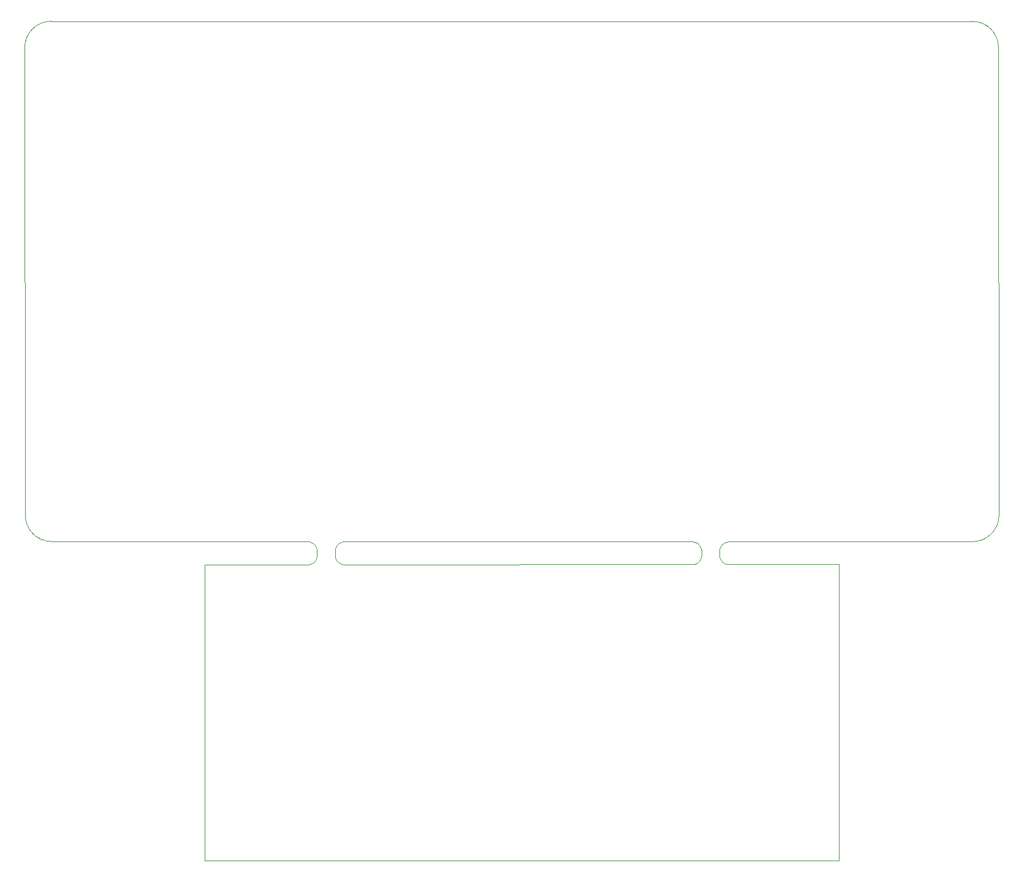
<source format=gbr>
G04 #@! TF.GenerationSoftware,KiCad,Pcbnew,(5.1.4)-1*
G04 #@! TF.CreationDate,2020-12-20T09:49:53+01:00*
G04 #@! TF.ProjectId,MonochromeRGB,4d6f6e6f-6368-4726-9f6d-655247422e6b,rev?*
G04 #@! TF.SameCoordinates,Original*
G04 #@! TF.FileFunction,Profile,NP*
%FSLAX46Y46*%
G04 Gerber Fmt 4.6, Leading zero omitted, Abs format (unit mm)*
G04 Created by KiCad (PCBNEW (5.1.4)-1) date 2020-12-20 09:49:53*
%MOMM*%
%LPD*%
G04 APERTURE LIST*
%ADD10C,0.100000*%
G04 APERTURE END LIST*
D10*
X83845400Y-101790500D02*
G75*
G02X80187800Y-98132900I0J3657600D01*
G01*
X80111601Y-33489901D02*
G75*
G02X83756499Y-29870401I3632199J-12699D01*
G01*
X211035465Y-29882743D02*
G75*
G02X214642699Y-33439101I435J-3607157D01*
G01*
X214731600Y-98120200D02*
G75*
G02X211035900Y-101815900I-3695700J0D01*
G01*
X104980740Y-145900140D02*
X104980740Y-104980740D01*
X192572640Y-145862040D02*
X104980740Y-145900140D01*
X192572640Y-104942640D02*
X192572640Y-145862040D01*
X83756499Y-29870401D02*
X211035901Y-29882743D01*
X80187800Y-98132900D02*
X80111601Y-33489901D01*
X214642699Y-33439101D02*
X214731600Y-98120200D01*
X177348508Y-104949261D02*
X192572640Y-104942640D01*
X177348525Y-101809173D02*
X211035900Y-101815900D01*
X177348508Y-104949261D02*
X177248800Y-104941618D01*
X177348525Y-101809173D02*
X177248819Y-101816840D01*
X177248800Y-104941618D02*
X177149974Y-104926333D01*
X177248819Y-101816840D02*
X177149997Y-101832148D01*
X177149974Y-104926333D02*
X177052615Y-104903497D01*
X177149997Y-101832148D02*
X177052644Y-101855007D01*
X177052615Y-104903497D02*
X176957299Y-104873245D01*
X177052644Y-101855007D02*
X176957336Y-101885282D01*
X176957299Y-104873245D02*
X176864590Y-104835756D01*
X176957336Y-101885282D02*
X176864637Y-101922793D01*
X176864590Y-104835756D02*
X176775037Y-104791252D01*
X176864637Y-101922793D02*
X176775096Y-101967318D01*
X176775037Y-104791252D02*
X176689170Y-104739996D01*
X176775096Y-101967318D02*
X176689242Y-102018594D01*
X176689170Y-104739996D02*
X176607497Y-104682291D01*
X176689242Y-102018594D02*
X176607583Y-102076318D01*
X176607497Y-104682291D02*
X176530501Y-104618479D01*
X176607583Y-102076318D02*
X176530603Y-102140148D01*
X176530501Y-104618479D02*
X176458638Y-104548937D01*
X176530603Y-102140148D02*
X176458757Y-102209706D01*
X176458638Y-104548937D02*
X176392333Y-104474077D01*
X176458757Y-102209706D02*
X176392470Y-102284581D01*
X176392333Y-104474077D02*
X176331978Y-104394342D01*
X176392470Y-102284581D02*
X176332134Y-102364330D01*
X176331978Y-104394342D02*
X176277930Y-104310204D01*
X176332134Y-102364330D02*
X176278107Y-102448481D01*
X176277930Y-104310204D02*
X176230509Y-104222160D01*
X176278107Y-102448481D02*
X176230708Y-102536536D01*
X176230509Y-104222160D02*
X176189996Y-104130731D01*
X176230708Y-102536536D02*
X176190218Y-102627974D01*
X176189996Y-104130731D02*
X176156631Y-104036458D01*
X176190218Y-102627974D02*
X176156876Y-102722254D01*
X176156631Y-104036458D02*
X176130611Y-103939899D01*
X176156876Y-102722254D02*
X176130880Y-102818818D01*
X176130611Y-103939899D02*
X176112090Y-103841626D01*
X176130880Y-102818818D02*
X176112383Y-102917095D01*
X176112090Y-103841626D02*
X176101178Y-103742220D01*
X176112383Y-102917095D02*
X176101495Y-103016503D01*
X176101178Y-103742220D02*
X176097939Y-103642269D01*
X176101495Y-103016503D02*
X176098280Y-103116454D01*
X176097939Y-103642269D02*
X176098280Y-103116454D01*
X172348437Y-101808173D02*
X172448140Y-101815880D01*
X172348475Y-104951437D02*
X172448176Y-104943707D01*
X172448140Y-101815880D02*
X172546956Y-101831228D01*
X172448176Y-104943707D02*
X172546988Y-104928336D01*
X172546956Y-101831228D02*
X172644300Y-101854126D01*
X172546988Y-104928336D02*
X172644326Y-104905415D01*
X172644300Y-101854126D02*
X172739596Y-101884439D01*
X172644326Y-104905415D02*
X172739614Y-104875080D01*
X172739596Y-101884439D02*
X172832280Y-101921987D01*
X172739614Y-104875080D02*
X172832288Y-104837510D01*
X172832280Y-101921987D02*
X172921804Y-101966548D01*
X172832288Y-104837510D02*
X172921800Y-104792928D01*
X172921804Y-101966548D02*
X173007638Y-102017859D01*
X172921800Y-104792928D02*
X173007620Y-104741597D01*
X173007638Y-102017859D02*
X173089274Y-102075616D01*
X173007620Y-104741597D02*
X173089240Y-104683821D01*
X173089274Y-102075616D02*
X173166229Y-102139477D01*
X173089240Y-104683821D02*
X173166178Y-104619942D01*
X173166229Y-102139477D02*
X173238048Y-102209064D01*
X173166178Y-104619942D02*
X173237978Y-104550338D01*
X173238048Y-102209064D02*
X173304306Y-102283966D01*
X173237978Y-104550338D02*
X173304215Y-104475421D01*
X173304306Y-102283966D02*
X173364611Y-102363739D01*
X173304215Y-104475421D02*
X173364497Y-104395634D01*
X173364611Y-102363739D02*
X173418606Y-102447911D01*
X173364497Y-104395634D02*
X173418468Y-104311449D01*
X173418606Y-102447911D02*
X173465971Y-102535984D01*
X173418468Y-104311449D02*
X173465808Y-104223365D01*
X173465971Y-102535984D02*
X173506426Y-102627437D01*
X173465808Y-104223365D02*
X173506237Y-104131903D01*
X173506426Y-102627437D02*
X173539732Y-102721729D01*
X173506237Y-104131903D02*
X173539516Y-104037604D01*
X173539732Y-102721729D02*
X173565692Y-102818302D01*
X173539516Y-104037604D02*
X173565448Y-103941026D01*
X173565692Y-102818302D02*
X173584152Y-102916585D01*
X173565448Y-103941026D02*
X173583880Y-103842740D01*
X173584152Y-102916585D02*
X173595003Y-103015996D01*
X173583880Y-103842740D02*
X173594703Y-103743328D01*
X173595003Y-103015996D02*
X173598181Y-103115947D01*
X173594703Y-103743328D02*
X173597853Y-103643378D01*
X173597853Y-103643378D02*
X173598181Y-103115947D01*
X124226903Y-104972368D02*
X172348475Y-104951437D01*
X119226957Y-104974544D02*
X104980740Y-104980740D01*
X124226903Y-101798564D02*
X172348437Y-101808173D01*
X119226967Y-101797564D02*
X83845400Y-101790500D01*
X124226903Y-104972368D02*
X124127195Y-104964725D01*
X124226903Y-101798564D02*
X124127197Y-101806231D01*
X124127195Y-104964725D02*
X124028369Y-104949440D01*
X124127197Y-101806231D02*
X124028375Y-101821539D01*
X124028369Y-104949440D02*
X123931010Y-104926604D01*
X124028375Y-101821539D02*
X123931022Y-101844398D01*
X123931010Y-104926604D02*
X123835694Y-104896352D01*
X123931022Y-101844398D02*
X123835714Y-101874673D01*
X123835694Y-104896352D02*
X123742985Y-104858863D01*
X123835714Y-101874673D02*
X123743015Y-101912184D01*
X123742985Y-104858863D02*
X123653432Y-104814359D01*
X123743015Y-101912184D02*
X123653474Y-101956709D01*
X123653432Y-104814359D02*
X123567565Y-104763103D01*
X123653474Y-101956709D02*
X123567620Y-102007985D01*
X123567565Y-104763103D02*
X123485892Y-104705398D01*
X123567620Y-102007985D02*
X123485961Y-102065709D01*
X123485892Y-104705398D02*
X123408896Y-104641586D01*
X123485961Y-102065709D02*
X123408981Y-102129539D01*
X123408896Y-104641586D02*
X123337033Y-104572044D01*
X123408981Y-102129539D02*
X123337135Y-102199097D01*
X123337033Y-104572044D02*
X123270728Y-104497184D01*
X123337135Y-102199097D02*
X123270848Y-102273972D01*
X123270728Y-104497184D02*
X123210373Y-104417449D01*
X123270848Y-102273972D02*
X123210512Y-102353721D01*
X123210373Y-104417449D02*
X123156325Y-104333311D01*
X123210512Y-102353721D02*
X123156485Y-102437872D01*
X123156325Y-104333311D02*
X123108904Y-104245267D01*
X123156485Y-102437872D02*
X123109086Y-102525927D01*
X123108904Y-104245267D02*
X123068391Y-104153838D01*
X123109086Y-102525927D02*
X123068596Y-102617365D01*
X123068391Y-104153838D02*
X123035026Y-104059565D01*
X123068596Y-102617365D02*
X123035254Y-102711645D01*
X123035026Y-104059565D02*
X123009006Y-103963006D01*
X123035254Y-102711645D02*
X123009258Y-102808209D01*
X123009006Y-103963006D02*
X122990485Y-103864733D01*
X123009258Y-102808209D02*
X122990761Y-102906486D01*
X122990485Y-103864733D02*
X122979573Y-103765327D01*
X122990761Y-102906486D02*
X122979873Y-103005894D01*
X122979573Y-103765327D02*
X122976334Y-103665376D01*
X122979873Y-103005894D02*
X122976658Y-103105845D01*
X122976334Y-103665376D02*
X122976658Y-103105845D01*
X119226967Y-101797564D02*
X119326670Y-101805271D01*
X119226957Y-104974544D02*
X119326658Y-104966814D01*
X119326670Y-101805271D02*
X119425486Y-101820619D01*
X119326658Y-104966814D02*
X119425470Y-104951443D01*
X119425486Y-101820619D02*
X119522830Y-101843517D01*
X119425470Y-104951443D02*
X119522808Y-104928522D01*
X119522830Y-101843517D02*
X119618126Y-101873830D01*
X119522808Y-104928522D02*
X119618096Y-104898187D01*
X119618126Y-101873830D02*
X119710810Y-101911378D01*
X119618096Y-104898187D02*
X119710770Y-104860617D01*
X119710810Y-101911378D02*
X119800334Y-101955939D01*
X119710770Y-104860617D02*
X119800282Y-104816035D01*
X119800334Y-101955939D02*
X119886168Y-102007250D01*
X119800282Y-104816035D02*
X119886102Y-104764704D01*
X119886168Y-102007250D02*
X119967804Y-102065007D01*
X119886102Y-104764704D02*
X119967722Y-104706928D01*
X119967804Y-102065007D02*
X120044759Y-102128868D01*
X119967722Y-104706928D02*
X120044660Y-104643049D01*
X120044759Y-102128868D02*
X120116578Y-102198455D01*
X120044660Y-104643049D02*
X120116460Y-104573445D01*
X120116578Y-102198455D02*
X120182836Y-102273357D01*
X120116460Y-104573445D02*
X120182697Y-104498528D01*
X120182836Y-102273357D02*
X120243141Y-102353130D01*
X120182697Y-104498528D02*
X120242979Y-104418741D01*
X120243141Y-102353130D02*
X120297136Y-102437302D01*
X120242979Y-104418741D02*
X120296950Y-104334556D01*
X120297136Y-102437302D02*
X120344501Y-102525375D01*
X120296950Y-104334556D02*
X120344290Y-104246472D01*
X120344501Y-102525375D02*
X120384956Y-102616828D01*
X120344290Y-104246472D02*
X120384719Y-104155010D01*
X120384956Y-102616828D02*
X120418262Y-102711120D01*
X120384719Y-104155010D02*
X120417998Y-104060711D01*
X120418262Y-102711120D02*
X120444222Y-102807693D01*
X120417998Y-104060711D02*
X120443930Y-103964133D01*
X120444222Y-102807693D02*
X120462682Y-102905976D01*
X120443930Y-103964133D02*
X120462362Y-103865847D01*
X120462682Y-102905976D02*
X120473533Y-103005387D01*
X120462362Y-103865847D02*
X120473185Y-103766435D01*
X120473533Y-103005387D02*
X120476711Y-103105338D01*
X120473185Y-103766435D02*
X120476335Y-103666485D01*
X120476335Y-103666485D02*
X120476711Y-103105338D01*
M02*

</source>
